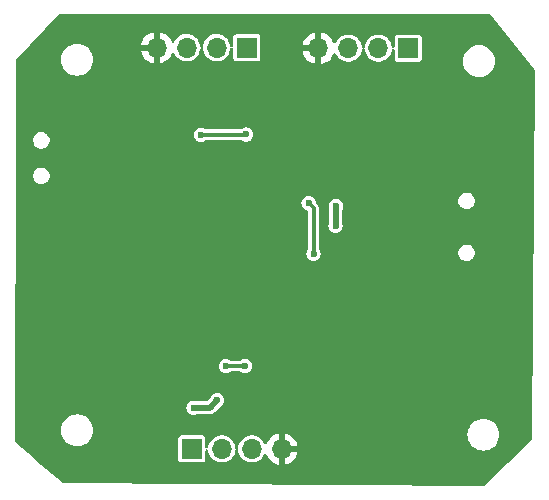
<source format=gbr>
%TF.GenerationSoftware,KiCad,Pcbnew,7.0.11*%
%TF.CreationDate,2024-12-27T12:08:23+01:00*%
%TF.ProjectId,Esp32 dev board,45737033-3220-4646-9576-20626f617264,rev?*%
%TF.SameCoordinates,Original*%
%TF.FileFunction,Copper,L2,Bot*%
%TF.FilePolarity,Positive*%
%FSLAX46Y46*%
G04 Gerber Fmt 4.6, Leading zero omitted, Abs format (unit mm)*
G04 Created by KiCad (PCBNEW 7.0.11) date 2024-12-27 12:08:23*
%MOMM*%
%LPD*%
G01*
G04 APERTURE LIST*
%TA.AperFunction,ComponentPad*%
%ADD10R,1.700000X1.700000*%
%TD*%
%TA.AperFunction,ComponentPad*%
%ADD11O,1.700000X1.700000*%
%TD*%
%TA.AperFunction,ViaPad*%
%ADD12C,0.700000*%
%TD*%
%TA.AperFunction,ViaPad*%
%ADD13C,0.600000*%
%TD*%
%TA.AperFunction,Conductor*%
%ADD14C,0.300000*%
%TD*%
%TA.AperFunction,Conductor*%
%ADD15C,0.500000*%
%TD*%
G04 APERTURE END LIST*
D10*
%TO.P,J4,1,Pin_1*%
%TO.N,+3.3V*%
X199180000Y-76830000D03*
D11*
%TO.P,J4,2,Pin_2*%
%TO.N,/I2C2_SCL*%
X201720000Y-76830000D03*
%TO.P,J4,3,Pin_3*%
%TO.N,/I2C2_SDA*%
X204260000Y-76830000D03*
%TO.P,J4,4,Pin_4*%
%TO.N,GND*%
X206800000Y-76830000D03*
%TD*%
D10*
%TO.P,J2,1,Pin_1*%
%TO.N,+3.3V*%
X217510000Y-42910000D03*
D11*
%TO.P,J2,2,Pin_2*%
%TO.N,/SWDIO*%
X214970000Y-42910000D03*
%TO.P,J2,3,Pin_3*%
%TO.N,/SWCLK*%
X212430000Y-42910000D03*
%TO.P,J2,4,Pin_4*%
%TO.N,GND*%
X209890000Y-42910000D03*
%TD*%
D10*
%TO.P,J3,1,Pin_1*%
%TO.N,+3.3V*%
X203830000Y-42850000D03*
D11*
%TO.P,J3,2,Pin_2*%
%TO.N,/USART_TX*%
X201290000Y-42850000D03*
%TO.P,J3,3,Pin_3*%
%TO.N,/USART_RX*%
X198750000Y-42850000D03*
%TO.P,J3,4,Pin_4*%
%TO.N,GND*%
X196210000Y-42850000D03*
%TD*%
D12*
%TO.N,GND*%
X223710000Y-66680000D03*
D13*
X216830000Y-56450000D03*
X207740000Y-57990000D03*
X188740000Y-62340000D03*
X200590000Y-52080000D03*
%TO.N,+3.3V*%
X209490000Y-60320000D03*
X209070000Y-56040000D03*
X211390000Y-56260000D03*
X211350000Y-57930000D03*
X203790000Y-50210000D03*
X199960000Y-50230000D03*
X201330000Y-72710000D03*
X199330000Y-73340000D03*
X202070000Y-69830000D03*
X203690000Y-69810000D03*
%TO.N,GND*%
X215360000Y-69090000D03*
X216230000Y-69120000D03*
X220120000Y-69570000D03*
X215950000Y-65620000D03*
X215920000Y-64440000D03*
X193099643Y-59942500D03*
X193370000Y-63510000D03*
X193560000Y-66980000D03*
X198750000Y-67000000D03*
X198010000Y-60810000D03*
X202870000Y-62490000D03*
X189900000Y-49970000D03*
X193280000Y-58090000D03*
X194570000Y-54990000D03*
%TD*%
D14*
%TO.N,+3.3V*%
X209490000Y-56460000D02*
X209070000Y-56040000D01*
X209490000Y-60320000D02*
X209490000Y-56460000D01*
D15*
X211350000Y-57930000D02*
X211350000Y-56300000D01*
X211350000Y-56300000D02*
X211390000Y-56260000D01*
D14*
X199960000Y-50230000D02*
X203770000Y-50230000D01*
X203770000Y-50230000D02*
X203790000Y-50210000D01*
D15*
X200700000Y-73340000D02*
X201330000Y-72710000D01*
X199330000Y-73340000D02*
X200700000Y-73340000D01*
D14*
X202090000Y-69810000D02*
X202070000Y-69830000D01*
X203690000Y-69810000D02*
X202090000Y-69810000D01*
%TD*%
%TA.AperFunction,Conductor*%
%TO.N,GND*%
G36*
X224407597Y-40020185D02*
G01*
X224436984Y-40046538D01*
X228171644Y-44665724D01*
X228198486Y-44730232D01*
X228199215Y-44744478D01*
X227999830Y-75947991D01*
X227979718Y-76014904D01*
X227962425Y-76035956D01*
X223936356Y-79963829D01*
X223874624Y-79996554D01*
X223848722Y-79999068D01*
X188246185Y-79699887D01*
X188179313Y-79679639D01*
X188165572Y-79669211D01*
X186441484Y-78160634D01*
X185943452Y-77724856D01*
X198029500Y-77724856D01*
X198029502Y-77724882D01*
X198032413Y-77749987D01*
X198032415Y-77749991D01*
X198077793Y-77852764D01*
X198077794Y-77852765D01*
X198157235Y-77932206D01*
X198260009Y-77977585D01*
X198285135Y-77980500D01*
X200074864Y-77980499D01*
X200074879Y-77980497D01*
X200074882Y-77980497D01*
X200099987Y-77977586D01*
X200099988Y-77977585D01*
X200099991Y-77977585D01*
X200202765Y-77932206D01*
X200282206Y-77852765D01*
X200327585Y-77749991D01*
X200330500Y-77724865D01*
X200330499Y-76986046D01*
X200350183Y-76919009D01*
X200402987Y-76873254D01*
X200472146Y-76863310D01*
X200535702Y-76892335D01*
X200573476Y-76951113D01*
X200577970Y-76974606D01*
X200584244Y-77042310D01*
X200642596Y-77247392D01*
X200642596Y-77247394D01*
X200737632Y-77438253D01*
X200866127Y-77608406D01*
X200866128Y-77608407D01*
X201023698Y-77752052D01*
X201204981Y-77864298D01*
X201403802Y-77941321D01*
X201613390Y-77980500D01*
X201613392Y-77980500D01*
X201826608Y-77980500D01*
X201826610Y-77980500D01*
X202036198Y-77941321D01*
X202235019Y-77864298D01*
X202416302Y-77752052D01*
X202573872Y-77608407D01*
X202702366Y-77438255D01*
X202756270Y-77330000D01*
X202797403Y-77247394D01*
X202797403Y-77247393D01*
X202797405Y-77247389D01*
X202855756Y-77042310D01*
X202866529Y-76926047D01*
X202892315Y-76861111D01*
X202934622Y-76830804D01*
X203043130Y-76830804D01*
X203079503Y-76851668D01*
X203111693Y-76913681D01*
X203113471Y-76926048D01*
X203124244Y-77042310D01*
X203182596Y-77247392D01*
X203182596Y-77247394D01*
X203277632Y-77438253D01*
X203406127Y-77608406D01*
X203406128Y-77608407D01*
X203563698Y-77752052D01*
X203744981Y-77864298D01*
X203943802Y-77941321D01*
X204153390Y-77980500D01*
X204153392Y-77980500D01*
X204366608Y-77980500D01*
X204366610Y-77980500D01*
X204576198Y-77941321D01*
X204775019Y-77864298D01*
X204956302Y-77752052D01*
X205113872Y-77608407D01*
X205242366Y-77438255D01*
X205309325Y-77303781D01*
X205356825Y-77252548D01*
X205424488Y-77235126D01*
X205490828Y-77257051D01*
X205532705Y-77306651D01*
X205626399Y-77507578D01*
X205761894Y-77701082D01*
X205928917Y-77868105D01*
X206122421Y-78003600D01*
X206336507Y-78103429D01*
X206336516Y-78103433D01*
X206550000Y-78160634D01*
X206550000Y-77265501D01*
X206657685Y-77314680D01*
X206764237Y-77330000D01*
X206835763Y-77330000D01*
X206942315Y-77314680D01*
X207050000Y-77265501D01*
X207050000Y-78160633D01*
X207263483Y-78103433D01*
X207263492Y-78103429D01*
X207477578Y-78003600D01*
X207671082Y-77868105D01*
X207838105Y-77701082D01*
X207973600Y-77507578D01*
X208073429Y-77293492D01*
X208073432Y-77293486D01*
X208130636Y-77080000D01*
X207233686Y-77080000D01*
X207259493Y-77039844D01*
X207300000Y-76901889D01*
X207300000Y-76758111D01*
X207259493Y-76620156D01*
X207233686Y-76580000D01*
X208130636Y-76580000D01*
X208130635Y-76579999D01*
X208073432Y-76366513D01*
X208073429Y-76366507D01*
X207973600Y-76152422D01*
X207973599Y-76152420D01*
X207838113Y-75958926D01*
X207838108Y-75958920D01*
X207671082Y-75791894D01*
X207477578Y-75656399D01*
X207399519Y-75620000D01*
X222514341Y-75620000D01*
X222534936Y-75855403D01*
X222534938Y-75855413D01*
X222596094Y-76083655D01*
X222596096Y-76083659D01*
X222596097Y-76083663D01*
X222628159Y-76152420D01*
X222695964Y-76297828D01*
X222695965Y-76297830D01*
X222831505Y-76491402D01*
X222998597Y-76658494D01*
X223192169Y-76794034D01*
X223192171Y-76794035D01*
X223406337Y-76893903D01*
X223406343Y-76893904D01*
X223406344Y-76893905D01*
X223461285Y-76908626D01*
X223634592Y-76955063D01*
X223811032Y-76970499D01*
X223811033Y-76970500D01*
X223811034Y-76970500D01*
X223928967Y-76970500D01*
X223928967Y-76970499D01*
X224105408Y-76955063D01*
X224333663Y-76893903D01*
X224547829Y-76794035D01*
X224741401Y-76658495D01*
X224908495Y-76491401D01*
X225044035Y-76297830D01*
X225143903Y-76083663D01*
X225205063Y-75855408D01*
X225225659Y-75620000D01*
X225205063Y-75384592D01*
X225143903Y-75156337D01*
X225044035Y-74942171D01*
X225044034Y-74942169D01*
X224908494Y-74748597D01*
X224741402Y-74581505D01*
X224547830Y-74445965D01*
X224547828Y-74445964D01*
X224424804Y-74388597D01*
X224333663Y-74346097D01*
X224333659Y-74346096D01*
X224333655Y-74346094D01*
X224105413Y-74284938D01*
X224105403Y-74284936D01*
X223928967Y-74269500D01*
X223928966Y-74269500D01*
X223811034Y-74269500D01*
X223811033Y-74269500D01*
X223634596Y-74284936D01*
X223634586Y-74284938D01*
X223406344Y-74346094D01*
X223406335Y-74346098D01*
X223192171Y-74445964D01*
X223192169Y-74445965D01*
X222998597Y-74581505D01*
X222831506Y-74748597D01*
X222831501Y-74748604D01*
X222695967Y-74942165D01*
X222695965Y-74942169D01*
X222596098Y-75156335D01*
X222596094Y-75156344D01*
X222534938Y-75384586D01*
X222534936Y-75384596D01*
X222514341Y-75619999D01*
X222514341Y-75620000D01*
X207399519Y-75620000D01*
X207263492Y-75556570D01*
X207263486Y-75556567D01*
X207050000Y-75499364D01*
X207050000Y-76394498D01*
X206942315Y-76345320D01*
X206835763Y-76330000D01*
X206764237Y-76330000D01*
X206657685Y-76345320D01*
X206550000Y-76394498D01*
X206550000Y-75499364D01*
X206549999Y-75499364D01*
X206336513Y-75556567D01*
X206336507Y-75556570D01*
X206122422Y-75656399D01*
X206122420Y-75656400D01*
X205928926Y-75791886D01*
X205928920Y-75791891D01*
X205761891Y-75958920D01*
X205761886Y-75958926D01*
X205626400Y-76152420D01*
X205626399Y-76152422D01*
X205532705Y-76353348D01*
X205486532Y-76405787D01*
X205419339Y-76424939D01*
X205352457Y-76404723D01*
X205309324Y-76356216D01*
X205242366Y-76221745D01*
X205225881Y-76199916D01*
X205113872Y-76051593D01*
X205057044Y-75999787D01*
X204956302Y-75907948D01*
X204775019Y-75795702D01*
X204775017Y-75795701D01*
X204675608Y-75757190D01*
X204576198Y-75718679D01*
X204366610Y-75679500D01*
X204153390Y-75679500D01*
X203943802Y-75718679D01*
X203943799Y-75718679D01*
X203943799Y-75718680D01*
X203744982Y-75795701D01*
X203744980Y-75795702D01*
X203563699Y-75907947D01*
X203406127Y-76051593D01*
X203277632Y-76221746D01*
X203182596Y-76412605D01*
X203182596Y-76412607D01*
X203124244Y-76617689D01*
X203113471Y-76733951D01*
X203087685Y-76798888D01*
X203043130Y-76830804D01*
X202934622Y-76830804D01*
X202936869Y-76829194D01*
X202900497Y-76808331D01*
X202868307Y-76746318D01*
X202866529Y-76733951D01*
X202863175Y-76697759D01*
X202855756Y-76617690D01*
X202797405Y-76412611D01*
X202797403Y-76412606D01*
X202797403Y-76412605D01*
X202702367Y-76221746D01*
X202573872Y-76051593D01*
X202517044Y-75999787D01*
X202416302Y-75907948D01*
X202235019Y-75795702D01*
X202235017Y-75795701D01*
X202135608Y-75757190D01*
X202036198Y-75718679D01*
X201826610Y-75679500D01*
X201613390Y-75679500D01*
X201403802Y-75718679D01*
X201403799Y-75718679D01*
X201403799Y-75718680D01*
X201204982Y-75795701D01*
X201204980Y-75795702D01*
X201023699Y-75907947D01*
X200866127Y-76051593D01*
X200737632Y-76221746D01*
X200642596Y-76412605D01*
X200642596Y-76412607D01*
X200584244Y-76617689D01*
X200577970Y-76685394D01*
X200552183Y-76750331D01*
X200495383Y-76791018D01*
X200425602Y-76794538D01*
X200364995Y-76759772D01*
X200332806Y-76697759D01*
X200330499Y-76673952D01*
X200330499Y-75935143D01*
X200330499Y-75935136D01*
X200330497Y-75935117D01*
X200327586Y-75910012D01*
X200327585Y-75910010D01*
X200327585Y-75910009D01*
X200282206Y-75807235D01*
X200202765Y-75727794D01*
X200182124Y-75718680D01*
X200099992Y-75682415D01*
X200074865Y-75679500D01*
X198285143Y-75679500D01*
X198285117Y-75679502D01*
X198260012Y-75682413D01*
X198260008Y-75682415D01*
X198157235Y-75727793D01*
X198077794Y-75807234D01*
X198032415Y-75910006D01*
X198032415Y-75910008D01*
X198029500Y-75935131D01*
X198029500Y-77724856D01*
X185943452Y-77724856D01*
X184243017Y-76236976D01*
X184205529Y-76178018D01*
X184200675Y-76143280D01*
X184203410Y-75260000D01*
X188124341Y-75260000D01*
X188144936Y-75495403D01*
X188144938Y-75495413D01*
X188206094Y-75723655D01*
X188206096Y-75723659D01*
X188206097Y-75723663D01*
X188237914Y-75791894D01*
X188305964Y-75937828D01*
X188305965Y-75937830D01*
X188441505Y-76131402D01*
X188608597Y-76298494D01*
X188802169Y-76434034D01*
X188802171Y-76434035D01*
X189016337Y-76533903D01*
X189244592Y-76595063D01*
X189421032Y-76610499D01*
X189421033Y-76610500D01*
X189421034Y-76610500D01*
X189538967Y-76610500D01*
X189538967Y-76610499D01*
X189715408Y-76595063D01*
X189943663Y-76533903D01*
X190157829Y-76434035D01*
X190351401Y-76298495D01*
X190518495Y-76131401D01*
X190654035Y-75937830D01*
X190753903Y-75723663D01*
X190815063Y-75495408D01*
X190835659Y-75260000D01*
X190815063Y-75024592D01*
X190753903Y-74796337D01*
X190654035Y-74582171D01*
X190654034Y-74582169D01*
X190518494Y-74388597D01*
X190351402Y-74221505D01*
X190157830Y-74085965D01*
X190157828Y-74085964D01*
X190050746Y-74036031D01*
X189943663Y-73986097D01*
X189943659Y-73986096D01*
X189943655Y-73986094D01*
X189715413Y-73924938D01*
X189715403Y-73924936D01*
X189538967Y-73909500D01*
X189538966Y-73909500D01*
X189421034Y-73909500D01*
X189421033Y-73909500D01*
X189244596Y-73924936D01*
X189244586Y-73924938D01*
X189016344Y-73986094D01*
X189016335Y-73986098D01*
X188802171Y-74085964D01*
X188802169Y-74085965D01*
X188608597Y-74221505D01*
X188441506Y-74388597D01*
X188441501Y-74388604D01*
X188305967Y-74582165D01*
X188305965Y-74582169D01*
X188206098Y-74796335D01*
X188206094Y-74796344D01*
X188144938Y-75024586D01*
X188144936Y-75024596D01*
X188124341Y-75259999D01*
X188124341Y-75260000D01*
X184203410Y-75260000D01*
X184209354Y-73340001D01*
X198724318Y-73340001D01*
X198744955Y-73496760D01*
X198744956Y-73496762D01*
X198805464Y-73642841D01*
X198901718Y-73768282D01*
X199027159Y-73864536D01*
X199173238Y-73925044D01*
X199251619Y-73935363D01*
X199329999Y-73945682D01*
X199330000Y-73945682D01*
X199330001Y-73945682D01*
X199382254Y-73938802D01*
X199486762Y-73925044D01*
X199547370Y-73899938D01*
X199594823Y-73890500D01*
X200688478Y-73890500D01*
X200692710Y-73890572D01*
X200694674Y-73890639D01*
X200756826Y-73892762D01*
X200796755Y-73883030D01*
X200809192Y-73880667D01*
X200849920Y-73875070D01*
X200866383Y-73867918D01*
X200886416Y-73861181D01*
X200903852Y-73856933D01*
X200939695Y-73836778D01*
X200951015Y-73831157D01*
X200988720Y-73814780D01*
X201002632Y-73803460D01*
X201020123Y-73791557D01*
X201035755Y-73782768D01*
X201035753Y-73782768D01*
X201035759Y-73782766D01*
X201064822Y-73753701D01*
X201074229Y-73745212D01*
X201106108Y-73719278D01*
X201116456Y-73704616D01*
X201130074Y-73688449D01*
X201532006Y-73286517D01*
X201572228Y-73259641D01*
X201632841Y-73234536D01*
X201758282Y-73138282D01*
X201854536Y-73012841D01*
X201915044Y-72866762D01*
X201929997Y-72753181D01*
X201935682Y-72710001D01*
X201935682Y-72709998D01*
X201915044Y-72553239D01*
X201915044Y-72553238D01*
X201854536Y-72407159D01*
X201758282Y-72281718D01*
X201632841Y-72185464D01*
X201486762Y-72124956D01*
X201486760Y-72124955D01*
X201330001Y-72104318D01*
X201329999Y-72104318D01*
X201173239Y-72124955D01*
X201173237Y-72124956D01*
X201027160Y-72185463D01*
X200901716Y-72281719D01*
X200805464Y-72407158D01*
X200805464Y-72407159D01*
X200780358Y-72467769D01*
X200753478Y-72507996D01*
X200508294Y-72753181D01*
X200446971Y-72786666D01*
X200420613Y-72789500D01*
X199594823Y-72789500D01*
X199547370Y-72780061D01*
X199486762Y-72754956D01*
X199486760Y-72754955D01*
X199330001Y-72734318D01*
X199329999Y-72734318D01*
X199173239Y-72754955D01*
X199173237Y-72754956D01*
X199027160Y-72815463D01*
X198901718Y-72911718D01*
X198805463Y-73037160D01*
X198744956Y-73183237D01*
X198744955Y-73183239D01*
X198724318Y-73339998D01*
X198724318Y-73340001D01*
X184209354Y-73340001D01*
X184220221Y-69830001D01*
X201464318Y-69830001D01*
X201484955Y-69986760D01*
X201484956Y-69986762D01*
X201545464Y-70132841D01*
X201641718Y-70258282D01*
X201767159Y-70354536D01*
X201913238Y-70415044D01*
X201991619Y-70425363D01*
X202069999Y-70435682D01*
X202070000Y-70435682D01*
X202070001Y-70435682D01*
X202122254Y-70428802D01*
X202226762Y-70415044D01*
X202372836Y-70354538D01*
X202372837Y-70354538D01*
X202372837Y-70354537D01*
X202372841Y-70354536D01*
X202461998Y-70286123D01*
X202527166Y-70260930D01*
X202537483Y-70260500D01*
X203248581Y-70260500D01*
X203315620Y-70280185D01*
X203324067Y-70286124D01*
X203387157Y-70334535D01*
X203387158Y-70334535D01*
X203387159Y-70334536D01*
X203533238Y-70395044D01*
X203611619Y-70405363D01*
X203689999Y-70415682D01*
X203690000Y-70415682D01*
X203690001Y-70415682D01*
X203742254Y-70408802D01*
X203846762Y-70395044D01*
X203992841Y-70334536D01*
X204118282Y-70238282D01*
X204214536Y-70112841D01*
X204275044Y-69966762D01*
X204295682Y-69810000D01*
X204275044Y-69653238D01*
X204214536Y-69507159D01*
X204118282Y-69381718D01*
X203992841Y-69285464D01*
X203846762Y-69224956D01*
X203846760Y-69224955D01*
X203690001Y-69204318D01*
X203689999Y-69204318D01*
X203533239Y-69224955D01*
X203533237Y-69224956D01*
X203387157Y-69285464D01*
X203324067Y-69333876D01*
X203258898Y-69359070D01*
X203248581Y-69359500D01*
X202485354Y-69359500D01*
X202418315Y-69339815D01*
X202409881Y-69333886D01*
X202372841Y-69305464D01*
X202372838Y-69305463D01*
X202372836Y-69305461D01*
X202226765Y-69244957D01*
X202226760Y-69244955D01*
X202070001Y-69224318D01*
X202069999Y-69224318D01*
X201913239Y-69244955D01*
X201913237Y-69244956D01*
X201767160Y-69305463D01*
X201641718Y-69401718D01*
X201545463Y-69527160D01*
X201484956Y-69673237D01*
X201484955Y-69673239D01*
X201464318Y-69829998D01*
X201464318Y-69830001D01*
X184220221Y-69830001D01*
X184262914Y-56040001D01*
X208464318Y-56040001D01*
X208484955Y-56196760D01*
X208484956Y-56196762D01*
X208535164Y-56317976D01*
X208545464Y-56342841D01*
X208641718Y-56468282D01*
X208767159Y-56564536D01*
X208913238Y-56625044D01*
X208931683Y-56627472D01*
X208995580Y-56655737D01*
X209034052Y-56714061D01*
X209039500Y-56750411D01*
X209039500Y-59878580D01*
X209019815Y-59945619D01*
X209013876Y-59954066D01*
X208965464Y-60017157D01*
X208904956Y-60163237D01*
X208904955Y-60163239D01*
X208884318Y-60319998D01*
X208884318Y-60320001D01*
X208904955Y-60476760D01*
X208904956Y-60476762D01*
X208965464Y-60622841D01*
X209061718Y-60748282D01*
X209187159Y-60844536D01*
X209333238Y-60905044D01*
X209409918Y-60915139D01*
X209489999Y-60925682D01*
X209490000Y-60925682D01*
X209490001Y-60925682D01*
X209542254Y-60918802D01*
X209646762Y-60905044D01*
X209792841Y-60844536D01*
X209918282Y-60748282D01*
X210014536Y-60622841D01*
X210075044Y-60476762D01*
X210095682Y-60320000D01*
X210095031Y-60315055D01*
X221744500Y-60315055D01*
X221785210Y-60480226D01*
X221864263Y-60630849D01*
X221864266Y-60630852D01*
X221977071Y-60758183D01*
X222067318Y-60820476D01*
X222117068Y-60854817D01*
X222117069Y-60854817D01*
X222117070Y-60854818D01*
X222276128Y-60915140D01*
X222352028Y-60924356D01*
X222402626Y-60930500D01*
X222402628Y-60930500D01*
X222487374Y-60930500D01*
X222529538Y-60925380D01*
X222613872Y-60915140D01*
X222772930Y-60854818D01*
X222912929Y-60758183D01*
X223025734Y-60630852D01*
X223104790Y-60480225D01*
X223145500Y-60315056D01*
X223145500Y-60144944D01*
X223104790Y-59979775D01*
X223091297Y-59954066D01*
X223025736Y-59829150D01*
X223006560Y-59807505D01*
X222912929Y-59701817D01*
X222863177Y-59667475D01*
X222772931Y-59605182D01*
X222613874Y-59544860D01*
X222613868Y-59544859D01*
X222487374Y-59529500D01*
X222487372Y-59529500D01*
X222402628Y-59529500D01*
X222402626Y-59529500D01*
X222276131Y-59544859D01*
X222276125Y-59544860D01*
X222117068Y-59605182D01*
X221977072Y-59701816D01*
X221864263Y-59829150D01*
X221785210Y-59979773D01*
X221744500Y-60144944D01*
X221744500Y-60315055D01*
X210095031Y-60315055D01*
X210075044Y-60163238D01*
X210014536Y-60017159D01*
X210014535Y-60017158D01*
X210014535Y-60017157D01*
X209966124Y-59954066D01*
X209940930Y-59888896D01*
X209940500Y-59878580D01*
X209940500Y-57930001D01*
X210744318Y-57930001D01*
X210764955Y-58086760D01*
X210764956Y-58086762D01*
X210825464Y-58232841D01*
X210921718Y-58358282D01*
X211047159Y-58454536D01*
X211193238Y-58515044D01*
X211271619Y-58525363D01*
X211349999Y-58535682D01*
X211350000Y-58535682D01*
X211350001Y-58535682D01*
X211402254Y-58528802D01*
X211506762Y-58515044D01*
X211652841Y-58454536D01*
X211778282Y-58358282D01*
X211874536Y-58232841D01*
X211935044Y-58086762D01*
X211955682Y-57930000D01*
X211935044Y-57773238D01*
X211909939Y-57712628D01*
X211900500Y-57665176D01*
X211900500Y-56620378D01*
X211913659Y-56571276D01*
X211911426Y-56570351D01*
X211946655Y-56485300D01*
X211975044Y-56416762D01*
X211995682Y-56260000D01*
X211995547Y-56258977D01*
X211975044Y-56103239D01*
X211975044Y-56103238D01*
X211914536Y-55957159D01*
X211882229Y-55915056D01*
X221744500Y-55915056D01*
X221758598Y-55972255D01*
X221785210Y-56080226D01*
X221864263Y-56230849D01*
X221864266Y-56230852D01*
X221977071Y-56358183D01*
X222018517Y-56386791D01*
X222117068Y-56454817D01*
X222117069Y-56454817D01*
X222117070Y-56454818D01*
X222276128Y-56515140D01*
X222352028Y-56524356D01*
X222402626Y-56530500D01*
X222402628Y-56530500D01*
X222487374Y-56530500D01*
X222529538Y-56525380D01*
X222613872Y-56515140D01*
X222772930Y-56454818D01*
X222912929Y-56358183D01*
X223025734Y-56230852D01*
X223043847Y-56196342D01*
X223092412Y-56103809D01*
X223104790Y-56080225D01*
X223145500Y-55915056D01*
X223145500Y-55744944D01*
X223104790Y-55579775D01*
X223071037Y-55515464D01*
X223025736Y-55429150D01*
X223006560Y-55407505D01*
X222912929Y-55301817D01*
X222863177Y-55267475D01*
X222772931Y-55205182D01*
X222613874Y-55144860D01*
X222613868Y-55144859D01*
X222487374Y-55129500D01*
X222487372Y-55129500D01*
X222402628Y-55129500D01*
X222402626Y-55129500D01*
X222276131Y-55144859D01*
X222276125Y-55144860D01*
X222117068Y-55205182D01*
X221977072Y-55301816D01*
X221864263Y-55429150D01*
X221785210Y-55579773D01*
X221761750Y-55674956D01*
X221744500Y-55744944D01*
X221744500Y-55915056D01*
X211882229Y-55915056D01*
X211818282Y-55831718D01*
X211692841Y-55735464D01*
X211546762Y-55674956D01*
X211546760Y-55674955D01*
X211390001Y-55654318D01*
X211389999Y-55654318D01*
X211233239Y-55674955D01*
X211233237Y-55674956D01*
X211087160Y-55735463D01*
X210961718Y-55831718D01*
X210865463Y-55957160D01*
X210804956Y-56103237D01*
X210804955Y-56103239D01*
X210784318Y-56259998D01*
X210784318Y-56260000D01*
X210790838Y-56309528D01*
X210798439Y-56367259D01*
X210799500Y-56383444D01*
X210799500Y-57665176D01*
X210790061Y-57712628D01*
X210764957Y-57773234D01*
X210764955Y-57773239D01*
X210744318Y-57929998D01*
X210744318Y-57930001D01*
X209940500Y-57930001D01*
X209940500Y-56492261D01*
X209941280Y-56478376D01*
X209942418Y-56468281D01*
X209945270Y-56442965D01*
X209934637Y-56386770D01*
X209933864Y-56382217D01*
X209925348Y-56325713D01*
X209925347Y-56325711D01*
X209925347Y-56325709D01*
X209922831Y-56317552D01*
X209920024Y-56309528D01*
X209893306Y-56258977D01*
X209891215Y-56254835D01*
X209866424Y-56203356D01*
X209861642Y-56196342D01*
X209856567Y-56189466D01*
X209856566Y-56189463D01*
X209816165Y-56149062D01*
X209812947Y-56145721D01*
X209774060Y-56103809D01*
X209766792Y-56098014D01*
X209767312Y-56097361D01*
X209755067Y-56087964D01*
X209700681Y-56033578D01*
X209667196Y-55972255D01*
X209665425Y-55962097D01*
X209655044Y-55883238D01*
X209594536Y-55737159D01*
X209498282Y-55611718D01*
X209372841Y-55515464D01*
X209226762Y-55454956D01*
X209226760Y-55454955D01*
X209070001Y-55434318D01*
X209069999Y-55434318D01*
X208913239Y-55454955D01*
X208913237Y-55454956D01*
X208767160Y-55515463D01*
X208641718Y-55611718D01*
X208545463Y-55737160D01*
X208484956Y-55883237D01*
X208484955Y-55883239D01*
X208464318Y-56039998D01*
X208464318Y-56040001D01*
X184262914Y-56040001D01*
X184269864Y-53795055D01*
X185739500Y-53795055D01*
X185780210Y-53960226D01*
X185859263Y-54110849D01*
X185859266Y-54110852D01*
X185972071Y-54238183D01*
X186062318Y-54300476D01*
X186112068Y-54334817D01*
X186112069Y-54334817D01*
X186112070Y-54334818D01*
X186271128Y-54395140D01*
X186347028Y-54404356D01*
X186397626Y-54410500D01*
X186397628Y-54410500D01*
X186482374Y-54410500D01*
X186524538Y-54405380D01*
X186608872Y-54395140D01*
X186767930Y-54334818D01*
X186907929Y-54238183D01*
X187020734Y-54110852D01*
X187099790Y-53960225D01*
X187140500Y-53795056D01*
X187140500Y-53624944D01*
X187099790Y-53459775D01*
X187099789Y-53459773D01*
X187020736Y-53309150D01*
X187001560Y-53287505D01*
X186907929Y-53181817D01*
X186858177Y-53147475D01*
X186767931Y-53085182D01*
X186608874Y-53024860D01*
X186608868Y-53024859D01*
X186482374Y-53009500D01*
X186482372Y-53009500D01*
X186397628Y-53009500D01*
X186397626Y-53009500D01*
X186271131Y-53024859D01*
X186271125Y-53024860D01*
X186112068Y-53085182D01*
X185972072Y-53181816D01*
X185859263Y-53309150D01*
X185780210Y-53459773D01*
X185739500Y-53624944D01*
X185739500Y-53795055D01*
X184269864Y-53795055D01*
X184279152Y-50795055D01*
X185739500Y-50795055D01*
X185780210Y-50960226D01*
X185859263Y-51110849D01*
X185859266Y-51110852D01*
X185972071Y-51238183D01*
X186062318Y-51300476D01*
X186112068Y-51334817D01*
X186112069Y-51334817D01*
X186112070Y-51334818D01*
X186271128Y-51395140D01*
X186347028Y-51404356D01*
X186397626Y-51410500D01*
X186397628Y-51410500D01*
X186482374Y-51410500D01*
X186524538Y-51405380D01*
X186608872Y-51395140D01*
X186767930Y-51334818D01*
X186907929Y-51238183D01*
X187020734Y-51110852D01*
X187099790Y-50960225D01*
X187140500Y-50795056D01*
X187140500Y-50624944D01*
X187099790Y-50459775D01*
X187099789Y-50459773D01*
X187020736Y-50309150D01*
X186950616Y-50230001D01*
X199354318Y-50230001D01*
X199374955Y-50386760D01*
X199374956Y-50386762D01*
X199435464Y-50532841D01*
X199531718Y-50658282D01*
X199657159Y-50754536D01*
X199803238Y-50815044D01*
X199881619Y-50825363D01*
X199959999Y-50835682D01*
X199960000Y-50835682D01*
X199960001Y-50835682D01*
X200012254Y-50828802D01*
X200116762Y-50815044D01*
X200262841Y-50754536D01*
X200325933Y-50706123D01*
X200391102Y-50680930D01*
X200401419Y-50680500D01*
X203374646Y-50680500D01*
X203441685Y-50700185D01*
X203450118Y-50706113D01*
X203487159Y-50734536D01*
X203487162Y-50734537D01*
X203487163Y-50734538D01*
X203535443Y-50754536D01*
X203633238Y-50795044D01*
X203711619Y-50805363D01*
X203789999Y-50815682D01*
X203790000Y-50815682D01*
X203790001Y-50815682D01*
X203842254Y-50808802D01*
X203946762Y-50795044D01*
X204092841Y-50734536D01*
X204218282Y-50638282D01*
X204314536Y-50512841D01*
X204375044Y-50366762D01*
X204395682Y-50210000D01*
X204375044Y-50053238D01*
X204314536Y-49907159D01*
X204218282Y-49781718D01*
X204092841Y-49685464D01*
X203946762Y-49624956D01*
X203946760Y-49624955D01*
X203790001Y-49604318D01*
X203789999Y-49604318D01*
X203633239Y-49624955D01*
X203633234Y-49624957D01*
X203487163Y-49685461D01*
X203487162Y-49685461D01*
X203448361Y-49715234D01*
X203398001Y-49753876D01*
X203332834Y-49779070D01*
X203322517Y-49779500D01*
X200401419Y-49779500D01*
X200334380Y-49759815D01*
X200325933Y-49753876D01*
X200262842Y-49705464D01*
X200116762Y-49644956D01*
X200116760Y-49644955D01*
X199960001Y-49624318D01*
X199959999Y-49624318D01*
X199803239Y-49644955D01*
X199803237Y-49644956D01*
X199657160Y-49705463D01*
X199531718Y-49801718D01*
X199435463Y-49927160D01*
X199374956Y-50073237D01*
X199374955Y-50073239D01*
X199354318Y-50229998D01*
X199354318Y-50230001D01*
X186950616Y-50230001D01*
X186950613Y-50229998D01*
X186907929Y-50181817D01*
X186858177Y-50147475D01*
X186767931Y-50085182D01*
X186608874Y-50024860D01*
X186608868Y-50024859D01*
X186482374Y-50009500D01*
X186482372Y-50009500D01*
X186397628Y-50009500D01*
X186397626Y-50009500D01*
X186271131Y-50024859D01*
X186271125Y-50024860D01*
X186112068Y-50085182D01*
X185972072Y-50181816D01*
X185859263Y-50309150D01*
X185780210Y-50459773D01*
X185739500Y-50624944D01*
X185739500Y-50795055D01*
X184279152Y-50795055D01*
X184300346Y-43949436D01*
X184320238Y-43882460D01*
X184322174Y-43880000D01*
X188124341Y-43880000D01*
X188144936Y-44115403D01*
X188144938Y-44115413D01*
X188206094Y-44343655D01*
X188206096Y-44343659D01*
X188206097Y-44343663D01*
X188256031Y-44450746D01*
X188305964Y-44557828D01*
X188305965Y-44557830D01*
X188441505Y-44751402D01*
X188608597Y-44918494D01*
X188802169Y-45054034D01*
X188802171Y-45054035D01*
X189016337Y-45153903D01*
X189244592Y-45215063D01*
X189421032Y-45230499D01*
X189421033Y-45230500D01*
X189421034Y-45230500D01*
X189538967Y-45230500D01*
X189538967Y-45230499D01*
X189715408Y-45215063D01*
X189943663Y-45153903D01*
X190157829Y-45054035D01*
X190351401Y-44918495D01*
X190518495Y-44751401D01*
X190654035Y-44557830D01*
X190753903Y-44343663D01*
X190815063Y-44115408D01*
X190835659Y-43880000D01*
X190815063Y-43644592D01*
X190753903Y-43416337D01*
X190654035Y-43202171D01*
X190654034Y-43202169D01*
X190582495Y-43100000D01*
X194879364Y-43100000D01*
X194936567Y-43313486D01*
X194936570Y-43313492D01*
X195036399Y-43527578D01*
X195171894Y-43721082D01*
X195338917Y-43888105D01*
X195532421Y-44023600D01*
X195746507Y-44123429D01*
X195746516Y-44123433D01*
X195960000Y-44180634D01*
X195960000Y-43285501D01*
X196067685Y-43334680D01*
X196174237Y-43350000D01*
X196245763Y-43350000D01*
X196352315Y-43334680D01*
X196460000Y-43285501D01*
X196460000Y-44180633D01*
X196673483Y-44123433D01*
X196673492Y-44123429D01*
X196887578Y-44023600D01*
X197081082Y-43888105D01*
X197248105Y-43721082D01*
X197383600Y-43527578D01*
X197477294Y-43326651D01*
X197523466Y-43274212D01*
X197590660Y-43255060D01*
X197657541Y-43275276D01*
X197700676Y-43323785D01*
X197767632Y-43458253D01*
X197865295Y-43587578D01*
X197896128Y-43628407D01*
X198053698Y-43772052D01*
X198234981Y-43884298D01*
X198433802Y-43961321D01*
X198643390Y-44000500D01*
X198643392Y-44000500D01*
X198856608Y-44000500D01*
X198856610Y-44000500D01*
X199066198Y-43961321D01*
X199265019Y-43884298D01*
X199446302Y-43772052D01*
X199603872Y-43628407D01*
X199732366Y-43458255D01*
X199753235Y-43416344D01*
X199827403Y-43267394D01*
X199827403Y-43267393D01*
X199827405Y-43267389D01*
X199885756Y-43062310D01*
X199896529Y-42946047D01*
X199922315Y-42881111D01*
X199964622Y-42850804D01*
X200073130Y-42850804D01*
X200109503Y-42871668D01*
X200141693Y-42933681D01*
X200143471Y-42946048D01*
X200154244Y-43062310D01*
X200212596Y-43267392D01*
X200212596Y-43267394D01*
X200307632Y-43458253D01*
X200405295Y-43587578D01*
X200436128Y-43628407D01*
X200593698Y-43772052D01*
X200774981Y-43884298D01*
X200973802Y-43961321D01*
X201183390Y-44000500D01*
X201183392Y-44000500D01*
X201396608Y-44000500D01*
X201396610Y-44000500D01*
X201606198Y-43961321D01*
X201805019Y-43884298D01*
X201986302Y-43772052D01*
X202143872Y-43628407D01*
X202272366Y-43458255D01*
X202293235Y-43416344D01*
X202367403Y-43267394D01*
X202367403Y-43267393D01*
X202367405Y-43267389D01*
X202425756Y-43062310D01*
X202432029Y-42994605D01*
X202457814Y-42929669D01*
X202514614Y-42888981D01*
X202584395Y-42885461D01*
X202645002Y-42920225D01*
X202677193Y-42982238D01*
X202679500Y-43006047D01*
X202679500Y-43744856D01*
X202679502Y-43744882D01*
X202682413Y-43769987D01*
X202682415Y-43769991D01*
X202727793Y-43872764D01*
X202727794Y-43872765D01*
X202807235Y-43952206D01*
X202910009Y-43997585D01*
X202935135Y-44000500D01*
X204724864Y-44000499D01*
X204724879Y-44000497D01*
X204724882Y-44000497D01*
X204749987Y-43997586D01*
X204749988Y-43997585D01*
X204749991Y-43997585D01*
X204852765Y-43952206D01*
X204932206Y-43872765D01*
X204977585Y-43769991D01*
X204980500Y-43744865D01*
X204980500Y-43160000D01*
X208559364Y-43160000D01*
X208616567Y-43373486D01*
X208616570Y-43373492D01*
X208716399Y-43587578D01*
X208851894Y-43781082D01*
X209018917Y-43948105D01*
X209212421Y-44083600D01*
X209426507Y-44183429D01*
X209426516Y-44183433D01*
X209640000Y-44240634D01*
X209640000Y-43345501D01*
X209747685Y-43394680D01*
X209854237Y-43410000D01*
X209925763Y-43410000D01*
X210032315Y-43394680D01*
X210140000Y-43345501D01*
X210140000Y-44240633D01*
X210353483Y-44183433D01*
X210353492Y-44183429D01*
X210567578Y-44083600D01*
X210761082Y-43948105D01*
X210928105Y-43781082D01*
X211063600Y-43587578D01*
X211157294Y-43386651D01*
X211203466Y-43334212D01*
X211270660Y-43315060D01*
X211337541Y-43335276D01*
X211380676Y-43383785D01*
X211447632Y-43518253D01*
X211543040Y-43644592D01*
X211576128Y-43688407D01*
X211733698Y-43832052D01*
X211914981Y-43944298D01*
X212113802Y-44021321D01*
X212323390Y-44060500D01*
X212323392Y-44060500D01*
X212536608Y-44060500D01*
X212536610Y-44060500D01*
X212746198Y-44021321D01*
X212945019Y-43944298D01*
X213126302Y-43832052D01*
X213283872Y-43688407D01*
X213412366Y-43518255D01*
X213466270Y-43410000D01*
X213507403Y-43327394D01*
X213507403Y-43327393D01*
X213507405Y-43327389D01*
X213565756Y-43122310D01*
X213576529Y-43006047D01*
X213602315Y-42941111D01*
X213644622Y-42910804D01*
X213753130Y-42910804D01*
X213789503Y-42931668D01*
X213821693Y-42993681D01*
X213823471Y-43006048D01*
X213834244Y-43122310D01*
X213892596Y-43327392D01*
X213892596Y-43327394D01*
X213987632Y-43518253D01*
X214083040Y-43644592D01*
X214116128Y-43688407D01*
X214273698Y-43832052D01*
X214454981Y-43944298D01*
X214653802Y-44021321D01*
X214863390Y-44060500D01*
X214863392Y-44060500D01*
X215076608Y-44060500D01*
X215076610Y-44060500D01*
X215286198Y-44021321D01*
X215485019Y-43944298D01*
X215666302Y-43832052D01*
X215823872Y-43688407D01*
X215952366Y-43518255D01*
X216006270Y-43410000D01*
X216047403Y-43327394D01*
X216047403Y-43327393D01*
X216047405Y-43327389D01*
X216105756Y-43122310D01*
X216112029Y-43054605D01*
X216137814Y-42989669D01*
X216194614Y-42948981D01*
X216264395Y-42945461D01*
X216325002Y-42980225D01*
X216357193Y-43042238D01*
X216359500Y-43066047D01*
X216359500Y-43804856D01*
X216359502Y-43804882D01*
X216362413Y-43829987D01*
X216362415Y-43829991D01*
X216407793Y-43932764D01*
X216407794Y-43932765D01*
X216487235Y-44012206D01*
X216590009Y-44057585D01*
X216615135Y-44060500D01*
X218404864Y-44060499D01*
X218404879Y-44060497D01*
X218404882Y-44060497D01*
X218429987Y-44057586D01*
X218429988Y-44057585D01*
X218429991Y-44057585D01*
X218532765Y-44012206D01*
X218544971Y-44000000D01*
X222144341Y-44000000D01*
X222164936Y-44235403D01*
X222164938Y-44235413D01*
X222226094Y-44463655D01*
X222226096Y-44463659D01*
X222226097Y-44463663D01*
X222270007Y-44557828D01*
X222325964Y-44677828D01*
X222325965Y-44677830D01*
X222461505Y-44871402D01*
X222628597Y-45038494D01*
X222822169Y-45174034D01*
X222822171Y-45174035D01*
X223036337Y-45273903D01*
X223264592Y-45335063D01*
X223441032Y-45350499D01*
X223441033Y-45350500D01*
X223441034Y-45350500D01*
X223558967Y-45350500D01*
X223558967Y-45350499D01*
X223735408Y-45335063D01*
X223963663Y-45273903D01*
X224177829Y-45174035D01*
X224371401Y-45038495D01*
X224538495Y-44871401D01*
X224674035Y-44677830D01*
X224773903Y-44463663D01*
X224835063Y-44235408D01*
X224855659Y-44000000D01*
X224835063Y-43764592D01*
X224773903Y-43536337D01*
X224674035Y-43322171D01*
X224674034Y-43322169D01*
X224538494Y-43128597D01*
X224371402Y-42961505D01*
X224177830Y-42825965D01*
X224177828Y-42825964D01*
X224070746Y-42776031D01*
X223963663Y-42726097D01*
X223963659Y-42726096D01*
X223963655Y-42726094D01*
X223735413Y-42664938D01*
X223735403Y-42664936D01*
X223558967Y-42649500D01*
X223558966Y-42649500D01*
X223441034Y-42649500D01*
X223441033Y-42649500D01*
X223264596Y-42664936D01*
X223264586Y-42664938D01*
X223036344Y-42726094D01*
X223036335Y-42726098D01*
X222822171Y-42825964D01*
X222822169Y-42825965D01*
X222628597Y-42961505D01*
X222461506Y-43128597D01*
X222461501Y-43128604D01*
X222325967Y-43322165D01*
X222325965Y-43322169D01*
X222226098Y-43536335D01*
X222226094Y-43536344D01*
X222164938Y-43764586D01*
X222164936Y-43764596D01*
X222144341Y-43999999D01*
X222144341Y-44000000D01*
X218544971Y-44000000D01*
X218612206Y-43932765D01*
X218657585Y-43829991D01*
X218660500Y-43804865D01*
X218660499Y-42015136D01*
X218660497Y-42015117D01*
X218657586Y-41990012D01*
X218657585Y-41990010D01*
X218657585Y-41990009D01*
X218612206Y-41887235D01*
X218532765Y-41807794D01*
X218512124Y-41798680D01*
X218429992Y-41762415D01*
X218404865Y-41759500D01*
X216615143Y-41759500D01*
X216615117Y-41759502D01*
X216590012Y-41762413D01*
X216590008Y-41762415D01*
X216487235Y-41807793D01*
X216407794Y-41887234D01*
X216362415Y-41990006D01*
X216362415Y-41990008D01*
X216359500Y-42015131D01*
X216359500Y-42753951D01*
X216339815Y-42820990D01*
X216287011Y-42866745D01*
X216217853Y-42876689D01*
X216154297Y-42847664D01*
X216116523Y-42788886D01*
X216112029Y-42765391D01*
X216105756Y-42697689D01*
X216077960Y-42599999D01*
X216047405Y-42492611D01*
X216047403Y-42492606D01*
X216047403Y-42492605D01*
X215952367Y-42301746D01*
X215823872Y-42131593D01*
X215666302Y-41987948D01*
X215485019Y-41875702D01*
X215485017Y-41875701D01*
X215359910Y-41827235D01*
X215286198Y-41798679D01*
X215076610Y-41759500D01*
X214863390Y-41759500D01*
X214653802Y-41798679D01*
X214653799Y-41798679D01*
X214653799Y-41798680D01*
X214454982Y-41875701D01*
X214454980Y-41875702D01*
X214273699Y-41987947D01*
X214116127Y-42131593D01*
X213987632Y-42301746D01*
X213892596Y-42492605D01*
X213892596Y-42492607D01*
X213834244Y-42697689D01*
X213823471Y-42813951D01*
X213797685Y-42878888D01*
X213753130Y-42910804D01*
X213644622Y-42910804D01*
X213646869Y-42909194D01*
X213610497Y-42888331D01*
X213578307Y-42826318D01*
X213576529Y-42813951D01*
X213570969Y-42753951D01*
X213565756Y-42697690D01*
X213507405Y-42492611D01*
X213507403Y-42492606D01*
X213507403Y-42492605D01*
X213412367Y-42301746D01*
X213283872Y-42131593D01*
X213126302Y-41987948D01*
X212945019Y-41875702D01*
X212945017Y-41875701D01*
X212819910Y-41827235D01*
X212746198Y-41798679D01*
X212536610Y-41759500D01*
X212323390Y-41759500D01*
X212113802Y-41798679D01*
X212113799Y-41798679D01*
X212113799Y-41798680D01*
X211914982Y-41875701D01*
X211914980Y-41875702D01*
X211733699Y-41987947D01*
X211576127Y-42131593D01*
X211447634Y-42301744D01*
X211380676Y-42436215D01*
X211333173Y-42487452D01*
X211265510Y-42504873D01*
X211199170Y-42482947D01*
X211157294Y-42433348D01*
X211063600Y-42232422D01*
X211063599Y-42232420D01*
X210928113Y-42038926D01*
X210928108Y-42038920D01*
X210761082Y-41871894D01*
X210567578Y-41736399D01*
X210353492Y-41636570D01*
X210353486Y-41636567D01*
X210140000Y-41579364D01*
X210140000Y-42474498D01*
X210032315Y-42425320D01*
X209925763Y-42410000D01*
X209854237Y-42410000D01*
X209747685Y-42425320D01*
X209640000Y-42474498D01*
X209640000Y-41579364D01*
X209639999Y-41579364D01*
X209426513Y-41636567D01*
X209426507Y-41636570D01*
X209212422Y-41736399D01*
X209212420Y-41736400D01*
X209018926Y-41871886D01*
X209018920Y-41871891D01*
X208851891Y-42038920D01*
X208851886Y-42038926D01*
X208716400Y-42232420D01*
X208716399Y-42232422D01*
X208616570Y-42446507D01*
X208616567Y-42446513D01*
X208559364Y-42659999D01*
X208559364Y-42660000D01*
X209456314Y-42660000D01*
X209430507Y-42700156D01*
X209390000Y-42838111D01*
X209390000Y-42981889D01*
X209430507Y-43119844D01*
X209456314Y-43160000D01*
X208559364Y-43160000D01*
X204980500Y-43160000D01*
X204980499Y-41955136D01*
X204980497Y-41955117D01*
X204977586Y-41930012D01*
X204977585Y-41930010D01*
X204977585Y-41930009D01*
X204932206Y-41827235D01*
X204852765Y-41747794D01*
X204832124Y-41738680D01*
X204749992Y-41702415D01*
X204724865Y-41699500D01*
X202935143Y-41699500D01*
X202935117Y-41699502D01*
X202910012Y-41702413D01*
X202910008Y-41702415D01*
X202807235Y-41747793D01*
X202727794Y-41827234D01*
X202682415Y-41930006D01*
X202682415Y-41930008D01*
X202679500Y-41955131D01*
X202679500Y-42693951D01*
X202659815Y-42760990D01*
X202607011Y-42806745D01*
X202537853Y-42816689D01*
X202474297Y-42787664D01*
X202436523Y-42728886D01*
X202432029Y-42705391D01*
X202431315Y-42697690D01*
X202425756Y-42637690D01*
X202367405Y-42432611D01*
X202367403Y-42432606D01*
X202367403Y-42432605D01*
X202272367Y-42241746D01*
X202143872Y-42071593D01*
X202108038Y-42038926D01*
X201986302Y-41927948D01*
X201805019Y-41815702D01*
X201805017Y-41815701D01*
X201659946Y-41759501D01*
X201606198Y-41738679D01*
X201396610Y-41699500D01*
X201183390Y-41699500D01*
X200973802Y-41738679D01*
X200973799Y-41738679D01*
X200973799Y-41738680D01*
X200774982Y-41815701D01*
X200774980Y-41815702D01*
X200593699Y-41927947D01*
X200436127Y-42071593D01*
X200307632Y-42241746D01*
X200212596Y-42432605D01*
X200212596Y-42432607D01*
X200154244Y-42637689D01*
X200143471Y-42753951D01*
X200117685Y-42818888D01*
X200073130Y-42850804D01*
X199964622Y-42850804D01*
X199966869Y-42849194D01*
X199930497Y-42828331D01*
X199898307Y-42766318D01*
X199896529Y-42753951D01*
X199893948Y-42726097D01*
X199885756Y-42637690D01*
X199827405Y-42432611D01*
X199827403Y-42432606D01*
X199827403Y-42432605D01*
X199732367Y-42241746D01*
X199603872Y-42071593D01*
X199568038Y-42038926D01*
X199446302Y-41927948D01*
X199265019Y-41815702D01*
X199265017Y-41815701D01*
X199119946Y-41759501D01*
X199066198Y-41738679D01*
X198856610Y-41699500D01*
X198643390Y-41699500D01*
X198433802Y-41738679D01*
X198433799Y-41738679D01*
X198433799Y-41738680D01*
X198234982Y-41815701D01*
X198234980Y-41815702D01*
X198053699Y-41927947D01*
X197896127Y-42071593D01*
X197767634Y-42241744D01*
X197700676Y-42376215D01*
X197653173Y-42427452D01*
X197585510Y-42444873D01*
X197519170Y-42422947D01*
X197477294Y-42373348D01*
X197383600Y-42172422D01*
X197383599Y-42172420D01*
X197248113Y-41978926D01*
X197248108Y-41978920D01*
X197081082Y-41811894D01*
X196887578Y-41676399D01*
X196673492Y-41576570D01*
X196673486Y-41576567D01*
X196460000Y-41519364D01*
X196460000Y-42414498D01*
X196352315Y-42365320D01*
X196245763Y-42350000D01*
X196174237Y-42350000D01*
X196067685Y-42365320D01*
X195960000Y-42414498D01*
X195960000Y-41519364D01*
X195959999Y-41519364D01*
X195746513Y-41576567D01*
X195746507Y-41576570D01*
X195532422Y-41676399D01*
X195532420Y-41676400D01*
X195338926Y-41811886D01*
X195338920Y-41811891D01*
X195171891Y-41978920D01*
X195171886Y-41978926D01*
X195036400Y-42172420D01*
X195036399Y-42172422D01*
X194936570Y-42386507D01*
X194936567Y-42386513D01*
X194879364Y-42599999D01*
X194879364Y-42600000D01*
X195776314Y-42600000D01*
X195750507Y-42640156D01*
X195710000Y-42778111D01*
X195710000Y-42921889D01*
X195750507Y-43059844D01*
X195776314Y-43100000D01*
X194879364Y-43100000D01*
X190582495Y-43100000D01*
X190518494Y-43008597D01*
X190351402Y-42841505D01*
X190157830Y-42705965D01*
X190157828Y-42705964D01*
X190016702Y-42640156D01*
X189943663Y-42606097D01*
X189943659Y-42606096D01*
X189943655Y-42606094D01*
X189715413Y-42544938D01*
X189715403Y-42544936D01*
X189538967Y-42529500D01*
X189538966Y-42529500D01*
X189421034Y-42529500D01*
X189421033Y-42529500D01*
X189244596Y-42544936D01*
X189244586Y-42544938D01*
X189016344Y-42606094D01*
X189016335Y-42606098D01*
X188802171Y-42705964D01*
X188802169Y-42705965D01*
X188608597Y-42841505D01*
X188441506Y-43008597D01*
X188441501Y-43008604D01*
X188305967Y-43202165D01*
X188305965Y-43202169D01*
X188206098Y-43416335D01*
X188206094Y-43416344D01*
X188144938Y-43644586D01*
X188144936Y-43644596D01*
X188124341Y-43879999D01*
X188124341Y-43880000D01*
X184322174Y-43880000D01*
X184334382Y-43864484D01*
X187963541Y-40039155D01*
X188023962Y-40004069D01*
X188053498Y-40000500D01*
X224340558Y-40000500D01*
X224407597Y-40020185D01*
G37*
%TD.AperFunction*%
%TD*%
M02*

</source>
